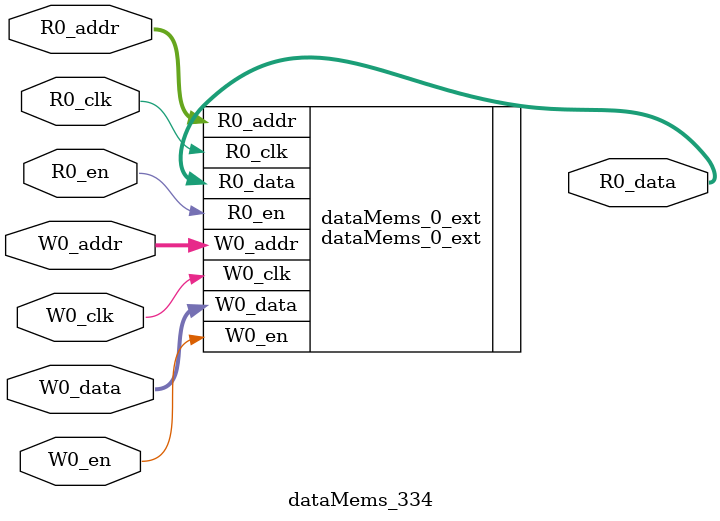
<source format=sv>
`ifndef RANDOMIZE
  `ifdef RANDOMIZE_REG_INIT
    `define RANDOMIZE
  `endif // RANDOMIZE_REG_INIT
`endif // not def RANDOMIZE
`ifndef RANDOMIZE
  `ifdef RANDOMIZE_MEM_INIT
    `define RANDOMIZE
  `endif // RANDOMIZE_MEM_INIT
`endif // not def RANDOMIZE

`ifndef RANDOM
  `define RANDOM $random
`endif // not def RANDOM

// Users can define 'PRINTF_COND' to add an extra gate to prints.
`ifndef PRINTF_COND_
  `ifdef PRINTF_COND
    `define PRINTF_COND_ (`PRINTF_COND)
  `else  // PRINTF_COND
    `define PRINTF_COND_ 1
  `endif // PRINTF_COND
`endif // not def PRINTF_COND_

// Users can define 'ASSERT_VERBOSE_COND' to add an extra gate to assert error printing.
`ifndef ASSERT_VERBOSE_COND_
  `ifdef ASSERT_VERBOSE_COND
    `define ASSERT_VERBOSE_COND_ (`ASSERT_VERBOSE_COND)
  `else  // ASSERT_VERBOSE_COND
    `define ASSERT_VERBOSE_COND_ 1
  `endif // ASSERT_VERBOSE_COND
`endif // not def ASSERT_VERBOSE_COND_

// Users can define 'STOP_COND' to add an extra gate to stop conditions.
`ifndef STOP_COND_
  `ifdef STOP_COND
    `define STOP_COND_ (`STOP_COND)
  `else  // STOP_COND
    `define STOP_COND_ 1
  `endif // STOP_COND
`endif // not def STOP_COND_

// Users can define INIT_RANDOM as general code that gets injected into the
// initializer block for modules with registers.
`ifndef INIT_RANDOM
  `define INIT_RANDOM
`endif // not def INIT_RANDOM

// If using random initialization, you can also define RANDOMIZE_DELAY to
// customize the delay used, otherwise 0.002 is used.
`ifndef RANDOMIZE_DELAY
  `define RANDOMIZE_DELAY 0.002
`endif // not def RANDOMIZE_DELAY

// Define INIT_RANDOM_PROLOG_ for use in our modules below.
`ifndef INIT_RANDOM_PROLOG_
  `ifdef RANDOMIZE
    `ifdef VERILATOR
      `define INIT_RANDOM_PROLOG_ `INIT_RANDOM
    `else  // VERILATOR
      `define INIT_RANDOM_PROLOG_ `INIT_RANDOM #`RANDOMIZE_DELAY begin end
    `endif // VERILATOR
  `else  // RANDOMIZE
    `define INIT_RANDOM_PROLOG_
  `endif // RANDOMIZE
`endif // not def INIT_RANDOM_PROLOG_

// Include register initializers in init blocks unless synthesis is set
`ifndef SYNTHESIS
  `ifndef ENABLE_INITIAL_REG_
    `define ENABLE_INITIAL_REG_
  `endif // not def ENABLE_INITIAL_REG_
`endif // not def SYNTHESIS

// Include rmemory initializers in init blocks unless synthesis is set
`ifndef SYNTHESIS
  `ifndef ENABLE_INITIAL_MEM_
    `define ENABLE_INITIAL_MEM_
  `endif // not def ENABLE_INITIAL_MEM_
`endif // not def SYNTHESIS

module dataMems_334(	// @[generators/ara/src/main/scala/UnsafeAXI4ToTL.scala:365:62]
  input  [4:0]  R0_addr,
  input         R0_en,
  input         R0_clk,
  output [66:0] R0_data,
  input  [4:0]  W0_addr,
  input         W0_en,
  input         W0_clk,
  input  [66:0] W0_data
);

  dataMems_0_ext dataMems_0_ext (	// @[generators/ara/src/main/scala/UnsafeAXI4ToTL.scala:365:62]
    .R0_addr (R0_addr),
    .R0_en   (R0_en),
    .R0_clk  (R0_clk),
    .R0_data (R0_data),
    .W0_addr (W0_addr),
    .W0_en   (W0_en),
    .W0_clk  (W0_clk),
    .W0_data (W0_data)
  );
endmodule


</source>
